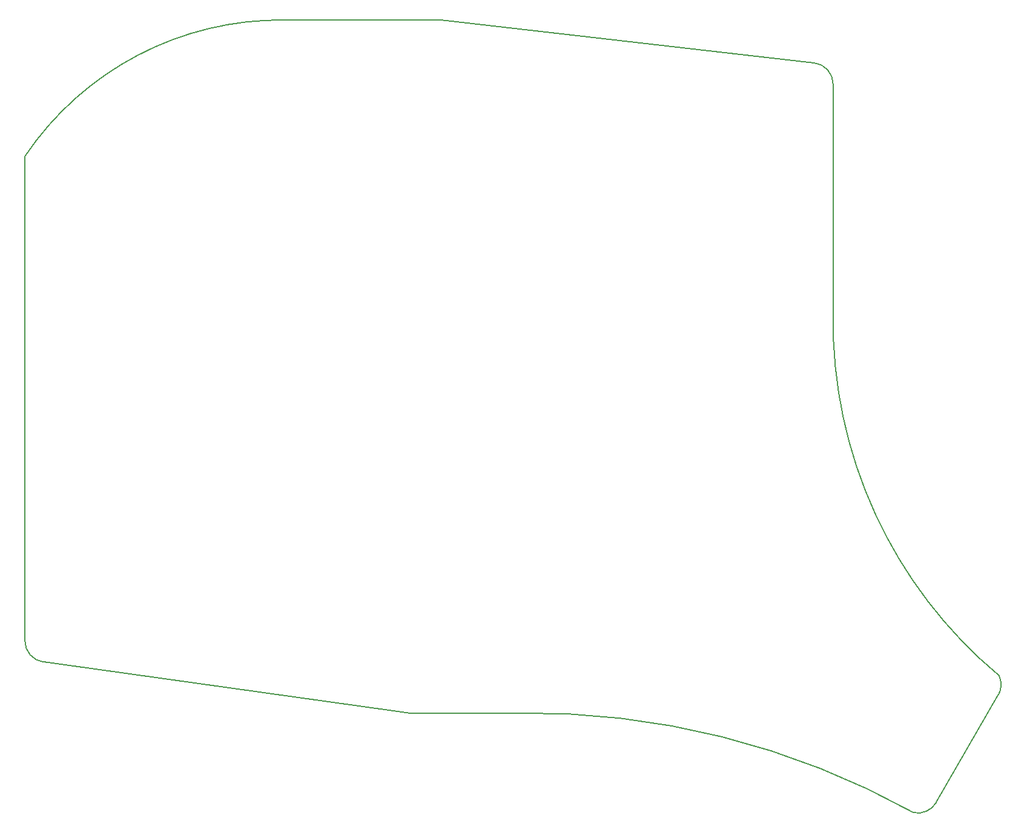
<source format=gbr>
%TF.GenerationSoftware,KiCad,Pcbnew,8.0.5-dirty*%
%TF.CreationDate,2024-10-12T09:21:07-05:00*%
%TF.ProjectId,sweeppp,73776565-7070-4702-9e6b-696361645f70,v1.0.0*%
%TF.SameCoordinates,Original*%
%TF.FileFunction,Profile,NP*%
%FSLAX46Y46*%
G04 Gerber Fmt 4.6, Leading zero omitted, Abs format (unit mm)*
G04 Created by KiCad (PCBNEW 8.0.5-dirty) date 2024-10-12 09:21:07*
%MOMM*%
%LPD*%
G01*
G04 APERTURE LIST*
%TA.AperFunction,Profile*%
%ADD10C,0.150000*%
%TD*%
G04 APERTURE END LIST*
D10*
X222672156Y-112366631D02*
X214027259Y-127340030D01*
X86593925Y-36919677D02*
G75*
G02*
X123002852Y-17850574I35822935J-24104663D01*
G01*
X155450000Y-114850000D02*
G75*
G02*
X210845594Y-128782725I1675700J-110428500D01*
G01*
X222792981Y-109598724D02*
G75*
G02*
X199593906Y-59185462I41399719J49595724D01*
G01*
X86593927Y-104738444D02*
X86593925Y-36919677D01*
X144422668Y-17850576D02*
G75*
G02*
X144764074Y-17870061I32J-3000224D01*
G01*
X123002852Y-17850575D02*
X144422668Y-17850576D01*
X222792981Y-109598725D02*
G75*
G02*
X222672132Y-112366617I-2718881J-1267875D01*
G01*
X196935331Y-23846045D02*
G75*
G02*
X199593947Y-26826556I-341431J-2980555D01*
G01*
X144764074Y-17870064D02*
X196935331Y-23846045D01*
X199593928Y-26826556D02*
X199593927Y-59185462D01*
X89181222Y-107709924D02*
G75*
G02*
X86593956Y-104738444I412678J2971424D01*
G01*
X214027259Y-127340029D02*
G75*
G02*
X210845603Y-128782688I-2598059J1500029D01*
G01*
X140508070Y-114838650D02*
X155450000Y-114850000D01*
X140508070Y-114838650D02*
X89181222Y-107709924D01*
M02*

</source>
